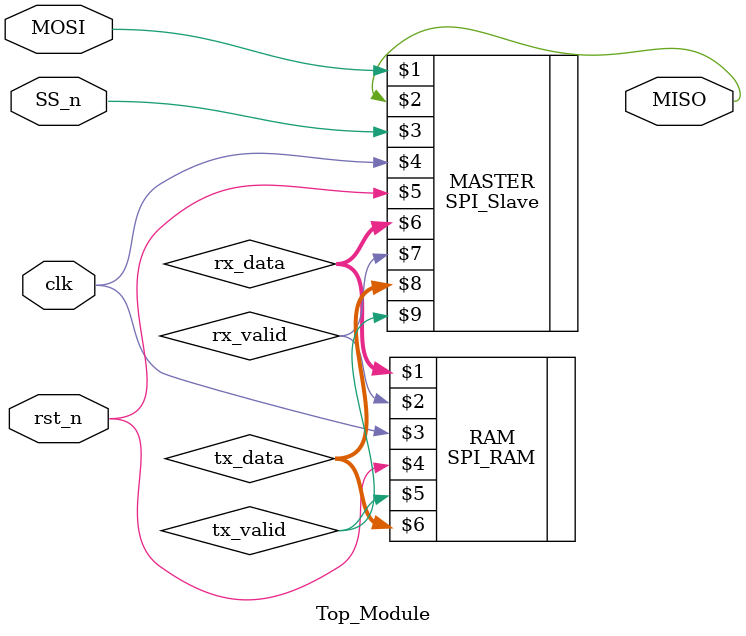
<source format=v>
module Top_Module(clk, rst_n, MOSI, MISO, SS_n);
input clk, rst_n, MOSI, SS_n;
output MISO;

wire [9:0]rx_data; 
wire [7:0]tx_data;
wire tx_valid, rx_valid;

SPI_Slave MASTER(MOSI, MISO, SS_n, clk, rst_n, rx_data, rx_valid, tx_data, tx_valid);
SPI_RAM RAM(rx_data, rx_valid, clk, rst_n, tx_valid, tx_data);

endmodule
</source>
